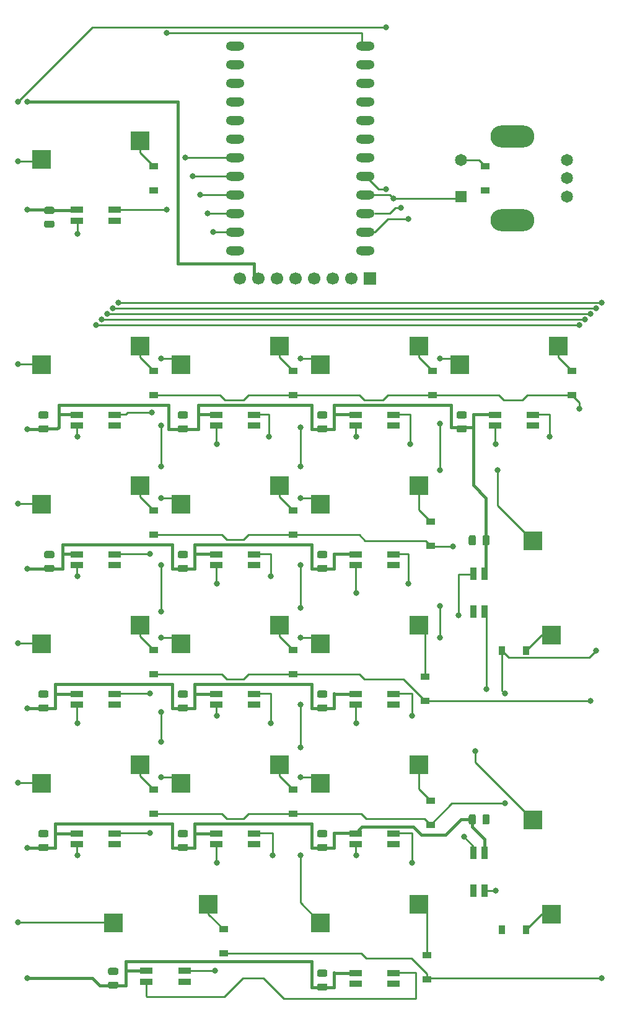
<source format=gbr>
%TF.GenerationSoftware,KiCad,Pcbnew,(5.1.6)-1*%
%TF.CreationDate,2021-02-05T01:20:54-05:00*%
%TF.ProjectId,Numpadulator,4e756d70-6164-4756-9c61-746f722e6b69,rev?*%
%TF.SameCoordinates,Original*%
%TF.FileFunction,Copper,L2,Bot*%
%TF.FilePolarity,Positive*%
%FSLAX46Y46*%
G04 Gerber Fmt 4.6, Leading zero omitted, Abs format (unit mm)*
G04 Created by KiCad (PCBNEW (5.1.6)-1) date 2021-02-05 01:20:54*
%MOMM*%
%LPD*%
G01*
G04 APERTURE LIST*
%TA.AperFunction,SMDPad,CuDef*%
%ADD10R,1.800000X0.900000*%
%TD*%
%TA.AperFunction,SMDPad,CuDef*%
%ADD11R,2.550000X2.500000*%
%TD*%
%TA.AperFunction,ComponentPad*%
%ADD12O,6.000000X3.000000*%
%TD*%
%TA.AperFunction,ComponentPad*%
%ADD13C,1.650000*%
%TD*%
%TA.AperFunction,ComponentPad*%
%ADD14R,1.650000X1.650000*%
%TD*%
%TA.AperFunction,SMDPad,CuDef*%
%ADD15R,2.500000X2.550000*%
%TD*%
%TA.AperFunction,SMDPad,CuDef*%
%ADD16R,0.900000X1.800000*%
%TD*%
%TA.AperFunction,ComponentPad*%
%ADD17C,1.700000*%
%TD*%
%TA.AperFunction,ComponentPad*%
%ADD18R,1.700000X1.700000*%
%TD*%
%TA.AperFunction,SMDPad,CuDef*%
%ADD19R,1.200000X0.900000*%
%TD*%
%TA.AperFunction,SMDPad,CuDef*%
%ADD20R,0.900000X1.200000*%
%TD*%
%TA.AperFunction,ViaPad*%
%ADD21C,0.800000*%
%TD*%
%TA.AperFunction,Conductor*%
%ADD22C,0.381000*%
%TD*%
%TA.AperFunction,Conductor*%
%ADD23C,0.254000*%
%TD*%
G04 APERTURE END LIST*
D10*
%TO.P,SW16,4*%
%TO.N,Net-(SW11-Pad2)*%
X123250000Y-88437500D03*
%TO.P,SW16,3*%
%TO.N,GND*%
X123250000Y-89937500D03*
%TO.P,SW16,2*%
%TO.N,Net-(SW16-Pad2)*%
X118050000Y-89937500D03*
%TO.P,SW16,1*%
%TO.N,VCC*%
X118050000Y-88437500D03*
D11*
%TO.P,SW16,6*%
%TO.N,Net-(D16-Pad2)*%
X126665000Y-79057500D03*
%TO.P,SW16,5*%
%TO.N,COL3*%
X113240000Y-81597500D03*
%TD*%
D10*
%TO.P,SW2,4*%
%TO.N,Net-(SW1-Pad2)*%
X66100000Y-88437500D03*
%TO.P,SW2,3*%
%TO.N,GND*%
X66100000Y-89937500D03*
%TO.P,SW2,2*%
%TO.N,Net-(SW2-Pad2)*%
X60900000Y-89937500D03*
%TO.P,SW2,1*%
%TO.N,VCC*%
X60900000Y-88437500D03*
D11*
%TO.P,SW2,6*%
%TO.N,Net-(D2-Pad2)*%
X69515000Y-79057500D03*
%TO.P,SW2,5*%
%TO.N,COL0*%
X56090000Y-81597500D03*
%TD*%
D10*
%TO.P,SW1,4*%
%TO.N,LED*%
X66100000Y-60434000D03*
%TO.P,SW1,3*%
%TO.N,GND*%
X66100000Y-61934000D03*
%TO.P,SW1,2*%
%TO.N,Net-(SW1-Pad2)*%
X60900000Y-61934000D03*
%TO.P,SW1,1*%
%TO.N,VCC*%
X60900000Y-60434000D03*
D11*
%TO.P,SW1,6*%
%TO.N,Net-(D1-Pad2)*%
X69515000Y-51054000D03*
%TO.P,SW1,5*%
%TO.N,COL0*%
X56090000Y-53594000D03*
%TD*%
D10*
%TO.P,SW12,4*%
%TO.N,Net-(SW12-Pad4)*%
X104200000Y-107487500D03*
%TO.P,SW12,3*%
%TO.N,GND*%
X104200000Y-108987500D03*
%TO.P,SW12,2*%
%TO.N,Net-(D21-Pad4)*%
X99000000Y-108987500D03*
%TO.P,SW12,1*%
%TO.N,VCC*%
X99000000Y-107487500D03*
D11*
%TO.P,SW12,6*%
%TO.N,Net-(D12-Pad2)*%
X107615000Y-98107500D03*
%TO.P,SW12,5*%
%TO.N,COL2*%
X94190000Y-100647500D03*
%TD*%
D12*
%TO.P,SW19,2*%
%TO.N,N/C*%
X120396000Y-50434000D03*
%TO.P,SW19,1*%
X120396000Y-61834000D03*
D13*
%TO.P,SW19,B*%
%TO.N,ROTB*%
X127896000Y-53634000D03*
%TO.P,SW19,C*%
%TO.N,GND*%
X127896000Y-56134000D03*
%TO.P,SW19,A*%
%TO.N,ROTA*%
X127896000Y-58634000D03*
%TO.P,SW19,S2*%
%TO.N,Net-(D19-Pad2)*%
X113396000Y-53634000D03*
D14*
%TO.P,SW19,S1*%
%TO.N,COL3*%
X113396000Y-58634000D03*
%TD*%
D15*
%TO.P,MX3,2*%
%TO.N,Net-(D18-Pad2)*%
X125730000Y-118554500D03*
%TO.P,MX3,1*%
%TO.N,COL3*%
X123190000Y-105627500D03*
%TD*%
%TO.P,MX2,2*%
%TO.N,Net-(D17-Pad2)*%
X125730000Y-156654500D03*
%TO.P,MX2,1*%
%TO.N,COL3*%
X123190000Y-143727500D03*
%TD*%
D11*
%TO.P,MX1,2*%
%TO.N,Net-(D6-Pad2)*%
X78867000Y-155257500D03*
%TO.P,MX1,1*%
%TO.N,COL0*%
X65940000Y-157797500D03*
%TD*%
D10*
%TO.P,SW15,4*%
%TO.N,Net-(D20-Pad2)*%
X104200000Y-164637500D03*
%TO.P,SW15,3*%
%TO.N,GND*%
X104200000Y-166137500D03*
%TO.P,SW15,2*%
%TO.N,Net-(SW15-Pad2)*%
X99000000Y-166137500D03*
%TO.P,SW15,1*%
%TO.N,VCC*%
X99000000Y-164637500D03*
D11*
%TO.P,SW15,6*%
%TO.N,Net-(D15-Pad2)*%
X107615000Y-155257500D03*
%TO.P,SW15,5*%
%TO.N,COL2*%
X94190000Y-157797500D03*
%TD*%
D10*
%TO.P,SW14,4*%
%TO.N,Net-(SW10-Pad2)*%
X104200000Y-145587500D03*
%TO.P,SW14,3*%
%TO.N,GND*%
X104200000Y-147087500D03*
%TO.P,SW14,2*%
%TO.N,Net-(D22-Pad4)*%
X99000000Y-147087500D03*
%TO.P,SW14,1*%
%TO.N,VCC*%
X99000000Y-145587500D03*
D11*
%TO.P,SW14,6*%
%TO.N,Net-(D14-Pad2)*%
X107615000Y-136207500D03*
%TO.P,SW14,5*%
%TO.N,COL2*%
X94190000Y-138747500D03*
%TD*%
D10*
%TO.P,SW13,4*%
%TO.N,Net-(SW13-Pad4)*%
X104200000Y-126537500D03*
%TO.P,SW13,3*%
%TO.N,GND*%
X104200000Y-128037500D03*
%TO.P,SW13,2*%
%TO.N,Net-(SW13-Pad2)*%
X99000000Y-128037500D03*
%TO.P,SW13,1*%
%TO.N,VCC*%
X99000000Y-126537500D03*
D11*
%TO.P,SW13,6*%
%TO.N,Net-(D13-Pad2)*%
X107615000Y-117157500D03*
%TO.P,SW13,5*%
%TO.N,COL2*%
X94190000Y-119697500D03*
%TD*%
D10*
%TO.P,SW11,4*%
%TO.N,Net-(SW11-Pad4)*%
X104200000Y-88437500D03*
%TO.P,SW11,3*%
%TO.N,GND*%
X104200000Y-89937500D03*
%TO.P,SW11,2*%
%TO.N,Net-(SW11-Pad2)*%
X99000000Y-89937500D03*
%TO.P,SW11,1*%
%TO.N,VCC*%
X99000000Y-88437500D03*
D11*
%TO.P,SW11,6*%
%TO.N,Net-(D11-Pad2)*%
X107615000Y-79057500D03*
%TO.P,SW11,5*%
%TO.N,COL2*%
X94190000Y-81597500D03*
%TD*%
D10*
%TO.P,SW10,4*%
%TO.N,Net-(SW10-Pad4)*%
X85150000Y-145587500D03*
%TO.P,SW10,3*%
%TO.N,GND*%
X85150000Y-147087500D03*
%TO.P,SW10,2*%
%TO.N,Net-(SW10-Pad2)*%
X79950000Y-147087500D03*
%TO.P,SW10,1*%
%TO.N,VCC*%
X79950000Y-145587500D03*
D11*
%TO.P,SW10,6*%
%TO.N,Net-(D10-Pad2)*%
X88565000Y-136207500D03*
%TO.P,SW10,5*%
%TO.N,COL1*%
X75140000Y-138747500D03*
%TD*%
D10*
%TO.P,SW9,4*%
%TO.N,Net-(SW4-Pad2)*%
X85150000Y-126537500D03*
%TO.P,SW9,3*%
%TO.N,GND*%
X85150000Y-128037500D03*
%TO.P,SW9,2*%
%TO.N,Net-(SW13-Pad4)*%
X79950000Y-128037500D03*
%TO.P,SW9,1*%
%TO.N,VCC*%
X79950000Y-126537500D03*
D11*
%TO.P,SW9,6*%
%TO.N,Net-(D9-Pad2)*%
X88565000Y-117157500D03*
%TO.P,SW9,5*%
%TO.N,COL1*%
X75140000Y-119697500D03*
%TD*%
D10*
%TO.P,SW8,4*%
%TO.N,Net-(SW3-Pad2)*%
X85150000Y-107487500D03*
%TO.P,SW8,3*%
%TO.N,GND*%
X85150000Y-108987500D03*
%TO.P,SW8,2*%
%TO.N,Net-(SW12-Pad4)*%
X79950000Y-108987500D03*
%TO.P,SW8,1*%
%TO.N,VCC*%
X79950000Y-107487500D03*
D11*
%TO.P,SW8,6*%
%TO.N,Net-(D8-Pad2)*%
X88565000Y-98107500D03*
%TO.P,SW8,5*%
%TO.N,COL1*%
X75140000Y-100647500D03*
%TD*%
D10*
%TO.P,SW7,4*%
%TO.N,Net-(SW2-Pad2)*%
X85150000Y-88437500D03*
%TO.P,SW7,3*%
%TO.N,GND*%
X85150000Y-89937500D03*
%TO.P,SW7,2*%
%TO.N,Net-(SW11-Pad4)*%
X79950000Y-89937500D03*
%TO.P,SW7,1*%
%TO.N,VCC*%
X79950000Y-88437500D03*
D11*
%TO.P,SW7,6*%
%TO.N,Net-(D7-Pad2)*%
X88565000Y-79057500D03*
%TO.P,SW7,5*%
%TO.N,COL1*%
X75140000Y-81597500D03*
%TD*%
D10*
%TO.P,SW5,4*%
%TO.N,Net-(SW13-Pad2)*%
X66100000Y-145587500D03*
%TO.P,SW5,3*%
%TO.N,GND*%
X66100000Y-147087500D03*
%TO.P,SW5,2*%
%TO.N,Net-(SW10-Pad4)*%
X60900000Y-147087500D03*
%TO.P,SW5,1*%
%TO.N,VCC*%
X60900000Y-145587500D03*
D11*
%TO.P,SW5,6*%
%TO.N,Net-(D5-Pad2)*%
X69515000Y-136207500D03*
%TO.P,SW5,5*%
%TO.N,COL0*%
X56090000Y-138747500D03*
%TD*%
D10*
%TO.P,SW4,4*%
%TO.N,Net-(D21-Pad2)*%
X66100000Y-126537500D03*
%TO.P,SW4,3*%
%TO.N,GND*%
X66100000Y-128037500D03*
%TO.P,SW4,2*%
%TO.N,Net-(SW4-Pad2)*%
X60900000Y-128037500D03*
%TO.P,SW4,1*%
%TO.N,VCC*%
X60900000Y-126537500D03*
D11*
%TO.P,SW4,6*%
%TO.N,Net-(D4-Pad2)*%
X69515000Y-117157500D03*
%TO.P,SW4,5*%
%TO.N,COL0*%
X56090000Y-119697500D03*
%TD*%
D10*
%TO.P,SW3,4*%
%TO.N,Net-(SW16-Pad2)*%
X66100000Y-107487500D03*
%TO.P,SW3,3*%
%TO.N,GND*%
X66100000Y-108987500D03*
%TO.P,SW3,2*%
%TO.N,Net-(SW3-Pad2)*%
X60900000Y-108987500D03*
%TO.P,SW3,1*%
%TO.N,VCC*%
X60900000Y-107487500D03*
D11*
%TO.P,SW3,6*%
%TO.N,Net-(D3-Pad2)*%
X69515000Y-98107500D03*
%TO.P,SW3,5*%
%TO.N,COL0*%
X56090000Y-100647500D03*
%TD*%
D16*
%TO.P,D22,1*%
%TO.N,VCC*%
X116637500Y-110112500D03*
%TO.P,D22,2*%
%TO.N,Net-(D20-Pad4)*%
X115137500Y-110112500D03*
%TO.P,D22,3*%
%TO.N,GND*%
X115137500Y-115312500D03*
%TO.P,D22,4*%
%TO.N,Net-(D22-Pad4)*%
X116637500Y-115312500D03*
%TD*%
%TO.P,D21,1*%
%TO.N,VCC*%
X116637500Y-148212500D03*
%TO.P,D21,2*%
%TO.N,Net-(D21-Pad2)*%
X115137500Y-148212500D03*
%TO.P,D21,3*%
%TO.N,GND*%
X115137500Y-153412500D03*
%TO.P,D21,4*%
%TO.N,Net-(D21-Pad4)*%
X116637500Y-153412500D03*
%TD*%
D10*
%TO.P,D20,1*%
%TO.N,VCC*%
X70425000Y-164350000D03*
%TO.P,D20,2*%
%TO.N,Net-(D20-Pad2)*%
X70425000Y-165850000D03*
%TO.P,D20,3*%
%TO.N,GND*%
X75625000Y-165850000D03*
%TO.P,D20,4*%
%TO.N,Net-(D20-Pad4)*%
X75625000Y-164350000D03*
%TD*%
D17*
%TO.P,U2,8*%
%TO.N,GND*%
X83185000Y-69850000D03*
%TO.P,U2,7*%
%TO.N,VCC*%
X85725000Y-69850000D03*
%TO.P,U2,6*%
%TO.N,Net-(U2-Pad6)*%
X88265000Y-69850000D03*
%TO.P,U2,5*%
%TO.N,Net-(U2-Pad5)*%
X90805000Y-69850000D03*
%TO.P,U2,4*%
%TO.N,Net-(U2-Pad4)*%
X93345000Y-69850000D03*
%TO.P,U2,3*%
%TO.N,Net-(U2-Pad3)*%
X95885000Y-69850000D03*
%TO.P,U2,2*%
%TO.N,SCL*%
X98425000Y-69850000D03*
D18*
%TO.P,U2,1*%
%TO.N,SDA*%
X100965000Y-69850000D03*
%TD*%
%TO.P,U1,1*%
%TO.N,LED*%
%TA.AperFunction,SMDPad,CuDef*%
G36*
G01*
X101600000Y-38100000D02*
X101600000Y-38100000D01*
G75*
G02*
X100965000Y-38735000I-635000J0D01*
G01*
X99695000Y-38735000D01*
G75*
G02*
X99060000Y-38100000I0J635000D01*
G01*
X99060000Y-38100000D01*
G75*
G02*
X99695000Y-37465000I635000J0D01*
G01*
X100965000Y-37465000D01*
G75*
G02*
X101600000Y-38100000I0J-635000D01*
G01*
G37*
%TD.AperFunction*%
%TO.P,U1,2*%
%TO.N,Net-(U1-Pad2)*%
%TA.AperFunction,SMDPad,CuDef*%
G36*
G01*
X101600000Y-40640000D02*
X101600000Y-40640000D01*
G75*
G02*
X100965000Y-41275000I-635000J0D01*
G01*
X99695000Y-41275000D01*
G75*
G02*
X99060000Y-40640000I0J635000D01*
G01*
X99060000Y-40640000D01*
G75*
G02*
X99695000Y-40005000I635000J0D01*
G01*
X100965000Y-40005000D01*
G75*
G02*
X101600000Y-40640000I0J-635000D01*
G01*
G37*
%TD.AperFunction*%
%TO.P,U1,3*%
%TO.N,GND*%
%TA.AperFunction,SMDPad,CuDef*%
G36*
G01*
X101600000Y-43180000D02*
X101600000Y-43180000D01*
G75*
G02*
X100965000Y-43815000I-635000J0D01*
G01*
X99695000Y-43815000D01*
G75*
G02*
X99060000Y-43180000I0J635000D01*
G01*
X99060000Y-43180000D01*
G75*
G02*
X99695000Y-42545000I635000J0D01*
G01*
X100965000Y-42545000D01*
G75*
G02*
X101600000Y-43180000I0J-635000D01*
G01*
G37*
%TD.AperFunction*%
%TO.P,U1,4*%
%TA.AperFunction,SMDPad,CuDef*%
G36*
G01*
X101600000Y-45720000D02*
X101600000Y-45720000D01*
G75*
G02*
X100965000Y-46355000I-635000J0D01*
G01*
X99695000Y-46355000D01*
G75*
G02*
X99060000Y-45720000I0J635000D01*
G01*
X99060000Y-45720000D01*
G75*
G02*
X99695000Y-45085000I635000J0D01*
G01*
X100965000Y-45085000D01*
G75*
G02*
X101600000Y-45720000I0J-635000D01*
G01*
G37*
%TD.AperFunction*%
%TO.P,U1,5*%
%TO.N,SDA*%
%TA.AperFunction,SMDPad,CuDef*%
G36*
G01*
X101600000Y-48260000D02*
X101600000Y-48260000D01*
G75*
G02*
X100965000Y-48895000I-635000J0D01*
G01*
X99695000Y-48895000D01*
G75*
G02*
X99060000Y-48260000I0J635000D01*
G01*
X99060000Y-48260000D01*
G75*
G02*
X99695000Y-47625000I635000J0D01*
G01*
X100965000Y-47625000D01*
G75*
G02*
X101600000Y-48260000I0J-635000D01*
G01*
G37*
%TD.AperFunction*%
%TO.P,U1,6*%
%TO.N,SCL*%
%TA.AperFunction,SMDPad,CuDef*%
G36*
G01*
X101600000Y-50800000D02*
X101600000Y-50800000D01*
G75*
G02*
X100965000Y-51435000I-635000J0D01*
G01*
X99695000Y-51435000D01*
G75*
G02*
X99060000Y-50800000I0J635000D01*
G01*
X99060000Y-50800000D01*
G75*
G02*
X99695000Y-50165000I635000J0D01*
G01*
X100965000Y-50165000D01*
G75*
G02*
X101600000Y-50800000I0J-635000D01*
G01*
G37*
%TD.AperFunction*%
%TO.P,U1,7*%
%TO.N,ROTA*%
%TA.AperFunction,SMDPad,CuDef*%
G36*
G01*
X101600000Y-53340000D02*
X101600000Y-53340000D01*
G75*
G02*
X100965000Y-53975000I-635000J0D01*
G01*
X99695000Y-53975000D01*
G75*
G02*
X99060000Y-53340000I0J635000D01*
G01*
X99060000Y-53340000D01*
G75*
G02*
X99695000Y-52705000I635000J0D01*
G01*
X100965000Y-52705000D01*
G75*
G02*
X101600000Y-53340000I0J-635000D01*
G01*
G37*
%TD.AperFunction*%
%TO.P,U1,8*%
%TO.N,COL0*%
%TA.AperFunction,SMDPad,CuDef*%
G36*
G01*
X101600000Y-55880000D02*
X101600000Y-55880000D01*
G75*
G02*
X100965000Y-56515000I-635000J0D01*
G01*
X99695000Y-56515000D01*
G75*
G02*
X99060000Y-55880000I0J635000D01*
G01*
X99060000Y-55880000D01*
G75*
G02*
X99695000Y-55245000I635000J0D01*
G01*
X100965000Y-55245000D01*
G75*
G02*
X101600000Y-55880000I0J-635000D01*
G01*
G37*
%TD.AperFunction*%
%TO.P,U1,9*%
%TO.N,COL3*%
%TA.AperFunction,SMDPad,CuDef*%
G36*
G01*
X101600000Y-58420000D02*
X101600000Y-58420000D01*
G75*
G02*
X100965000Y-59055000I-635000J0D01*
G01*
X99695000Y-59055000D01*
G75*
G02*
X99060000Y-58420000I0J635000D01*
G01*
X99060000Y-58420000D01*
G75*
G02*
X99695000Y-57785000I635000J0D01*
G01*
X100965000Y-57785000D01*
G75*
G02*
X101600000Y-58420000I0J-635000D01*
G01*
G37*
%TD.AperFunction*%
%TO.P,U1,10*%
%TO.N,COL2*%
%TA.AperFunction,SMDPad,CuDef*%
G36*
G01*
X101600000Y-60960000D02*
X101600000Y-60960000D01*
G75*
G02*
X100965000Y-61595000I-635000J0D01*
G01*
X99695000Y-61595000D01*
G75*
G02*
X99060000Y-60960000I0J635000D01*
G01*
X99060000Y-60960000D01*
G75*
G02*
X99695000Y-60325000I635000J0D01*
G01*
X100965000Y-60325000D01*
G75*
G02*
X101600000Y-60960000I0J-635000D01*
G01*
G37*
%TD.AperFunction*%
%TO.P,U1,11*%
%TO.N,COL1*%
%TA.AperFunction,SMDPad,CuDef*%
G36*
G01*
X101600000Y-63500000D02*
X101600000Y-63500000D01*
G75*
G02*
X100965000Y-64135000I-635000J0D01*
G01*
X99695000Y-64135000D01*
G75*
G02*
X99060000Y-63500000I0J635000D01*
G01*
X99060000Y-63500000D01*
G75*
G02*
X99695000Y-62865000I635000J0D01*
G01*
X100965000Y-62865000D01*
G75*
G02*
X101600000Y-63500000I0J-635000D01*
G01*
G37*
%TD.AperFunction*%
%TO.P,U1,12*%
%TO.N,Net-(U1-Pad12)*%
%TA.AperFunction,SMDPad,CuDef*%
G36*
G01*
X101600000Y-66040000D02*
X101600000Y-66040000D01*
G75*
G02*
X100965000Y-66675000I-635000J0D01*
G01*
X99695000Y-66675000D01*
G75*
G02*
X99060000Y-66040000I0J635000D01*
G01*
X99060000Y-66040000D01*
G75*
G02*
X99695000Y-65405000I635000J0D01*
G01*
X100965000Y-65405000D01*
G75*
G02*
X101600000Y-66040000I0J-635000D01*
G01*
G37*
%TD.AperFunction*%
%TO.P,U1,13*%
%TO.N,Net-(U1-Pad13)*%
%TA.AperFunction,SMDPad,CuDef*%
G36*
G01*
X83820000Y-66040000D02*
X83820000Y-66040000D01*
G75*
G02*
X83185000Y-66675000I-635000J0D01*
G01*
X81915000Y-66675000D01*
G75*
G02*
X81280000Y-66040000I0J635000D01*
G01*
X81280000Y-66040000D01*
G75*
G02*
X81915000Y-65405000I635000J0D01*
G01*
X83185000Y-65405000D01*
G75*
G02*
X83820000Y-66040000I0J-635000D01*
G01*
G37*
%TD.AperFunction*%
%TO.P,U1,14*%
%TO.N,ROW5*%
%TA.AperFunction,SMDPad,CuDef*%
G36*
G01*
X83820000Y-63500000D02*
X83820000Y-63500000D01*
G75*
G02*
X83185000Y-64135000I-635000J0D01*
G01*
X81915000Y-64135000D01*
G75*
G02*
X81280000Y-63500000I0J635000D01*
G01*
X81280000Y-63500000D01*
G75*
G02*
X81915000Y-62865000I635000J0D01*
G01*
X83185000Y-62865000D01*
G75*
G02*
X83820000Y-63500000I0J-635000D01*
G01*
G37*
%TD.AperFunction*%
%TO.P,U1,15*%
%TO.N,ROW4*%
%TA.AperFunction,SMDPad,CuDef*%
G36*
G01*
X83820000Y-60960000D02*
X83820000Y-60960000D01*
G75*
G02*
X83185000Y-61595000I-635000J0D01*
G01*
X81915000Y-61595000D01*
G75*
G02*
X81280000Y-60960000I0J635000D01*
G01*
X81280000Y-60960000D01*
G75*
G02*
X81915000Y-60325000I635000J0D01*
G01*
X83185000Y-60325000D01*
G75*
G02*
X83820000Y-60960000I0J-635000D01*
G01*
G37*
%TD.AperFunction*%
%TO.P,U1,16*%
%TO.N,ROW3*%
%TA.AperFunction,SMDPad,CuDef*%
G36*
G01*
X83820000Y-58420000D02*
X83820000Y-58420000D01*
G75*
G02*
X83185000Y-59055000I-635000J0D01*
G01*
X81915000Y-59055000D01*
G75*
G02*
X81280000Y-58420000I0J635000D01*
G01*
X81280000Y-58420000D01*
G75*
G02*
X81915000Y-57785000I635000J0D01*
G01*
X83185000Y-57785000D01*
G75*
G02*
X83820000Y-58420000I0J-635000D01*
G01*
G37*
%TD.AperFunction*%
%TO.P,U1,17*%
%TO.N,ROW2*%
%TA.AperFunction,SMDPad,CuDef*%
G36*
G01*
X83820000Y-55880000D02*
X83820000Y-55880000D01*
G75*
G02*
X83185000Y-56515000I-635000J0D01*
G01*
X81915000Y-56515000D01*
G75*
G02*
X81280000Y-55880000I0J635000D01*
G01*
X81280000Y-55880000D01*
G75*
G02*
X81915000Y-55245000I635000J0D01*
G01*
X83185000Y-55245000D01*
G75*
G02*
X83820000Y-55880000I0J-635000D01*
G01*
G37*
%TD.AperFunction*%
%TO.P,U1,18*%
%TO.N,ROW1*%
%TA.AperFunction,SMDPad,CuDef*%
G36*
G01*
X83820000Y-53340000D02*
X83820000Y-53340000D01*
G75*
G02*
X83185000Y-53975000I-635000J0D01*
G01*
X81915000Y-53975000D01*
G75*
G02*
X81280000Y-53340000I0J635000D01*
G01*
X81280000Y-53340000D01*
G75*
G02*
X81915000Y-52705000I635000J0D01*
G01*
X83185000Y-52705000D01*
G75*
G02*
X83820000Y-53340000I0J-635000D01*
G01*
G37*
%TD.AperFunction*%
%TO.P,U1,19*%
%TO.N,ROW0*%
%TA.AperFunction,SMDPad,CuDef*%
G36*
G01*
X83820000Y-50800000D02*
X83820000Y-50800000D01*
G75*
G02*
X83185000Y-51435000I-635000J0D01*
G01*
X81915000Y-51435000D01*
G75*
G02*
X81280000Y-50800000I0J635000D01*
G01*
X81280000Y-50800000D01*
G75*
G02*
X81915000Y-50165000I635000J0D01*
G01*
X83185000Y-50165000D01*
G75*
G02*
X83820000Y-50800000I0J-635000D01*
G01*
G37*
%TD.AperFunction*%
%TO.P,U1,20*%
%TO.N,ROTB*%
%TA.AperFunction,SMDPad,CuDef*%
G36*
G01*
X83820000Y-48260000D02*
X83820000Y-48260000D01*
G75*
G02*
X83185000Y-48895000I-635000J0D01*
G01*
X81915000Y-48895000D01*
G75*
G02*
X81280000Y-48260000I0J635000D01*
G01*
X81280000Y-48260000D01*
G75*
G02*
X81915000Y-47625000I635000J0D01*
G01*
X83185000Y-47625000D01*
G75*
G02*
X83820000Y-48260000I0J-635000D01*
G01*
G37*
%TD.AperFunction*%
%TO.P,U1,24*%
%TO.N,Net-(U1-Pad24)*%
%TA.AperFunction,SMDPad,CuDef*%
G36*
G01*
X83820000Y-38100000D02*
X83820000Y-38100000D01*
G75*
G02*
X83185000Y-38735000I-635000J0D01*
G01*
X81915000Y-38735000D01*
G75*
G02*
X81280000Y-38100000I0J635000D01*
G01*
X81280000Y-38100000D01*
G75*
G02*
X81915000Y-37465000I635000J0D01*
G01*
X83185000Y-37465000D01*
G75*
G02*
X83820000Y-38100000I0J-635000D01*
G01*
G37*
%TD.AperFunction*%
%TO.P,U1,23*%
%TO.N,GND*%
%TA.AperFunction,SMDPad,CuDef*%
G36*
G01*
X83820000Y-40640000D02*
X83820000Y-40640000D01*
G75*
G02*
X83185000Y-41275000I-635000J0D01*
G01*
X81915000Y-41275000D01*
G75*
G02*
X81280000Y-40640000I0J635000D01*
G01*
X81280000Y-40640000D01*
G75*
G02*
X81915000Y-40005000I635000J0D01*
G01*
X83185000Y-40005000D01*
G75*
G02*
X83820000Y-40640000I0J-635000D01*
G01*
G37*
%TD.AperFunction*%
%TO.P,U1,22*%
%TO.N,Net-(U1-Pad22)*%
%TA.AperFunction,SMDPad,CuDef*%
G36*
G01*
X83820000Y-43180000D02*
X83820000Y-43180000D01*
G75*
G02*
X83185000Y-43815000I-635000J0D01*
G01*
X81915000Y-43815000D01*
G75*
G02*
X81280000Y-43180000I0J635000D01*
G01*
X81280000Y-43180000D01*
G75*
G02*
X81915000Y-42545000I635000J0D01*
G01*
X83185000Y-42545000D01*
G75*
G02*
X83820000Y-43180000I0J-635000D01*
G01*
G37*
%TD.AperFunction*%
%TO.P,U1,21*%
%TO.N,VCC*%
%TA.AperFunction,SMDPad,CuDef*%
G36*
G01*
X83820000Y-45720000D02*
X83820000Y-45720000D01*
G75*
G02*
X83185000Y-46355000I-635000J0D01*
G01*
X81915000Y-46355000D01*
G75*
G02*
X81280000Y-45720000I0J635000D01*
G01*
X81280000Y-45720000D01*
G75*
G02*
X81915000Y-45085000I635000J0D01*
G01*
X83185000Y-45085000D01*
G75*
G02*
X83820000Y-45720000I0J-635000D01*
G01*
G37*
%TD.AperFunction*%
%TD*%
D19*
%TO.P,D19,2*%
%TO.N,Net-(D19-Pad2)*%
X116681250Y-54547500D03*
%TO.P,D19,1*%
%TO.N,ROW0*%
X116681250Y-57847500D03*
%TD*%
D20*
%TO.P,D18,2*%
%TO.N,Net-(D18-Pad2)*%
X122300000Y-120650000D03*
%TO.P,D18,1*%
%TO.N,ROW4*%
X119000000Y-120650000D03*
%TD*%
%TO.P,D17,2*%
%TO.N,Net-(D17-Pad2)*%
X122300000Y-158750000D03*
%TO.P,D17,1*%
%TO.N,ROW2*%
X119000000Y-158750000D03*
%TD*%
D19*
%TO.P,D16,2*%
%TO.N,Net-(D16-Pad2)*%
X128587500Y-82487500D03*
%TO.P,D16,1*%
%TO.N,ROW1*%
X128587500Y-85787500D03*
%TD*%
%TO.P,D15,2*%
%TO.N,Net-(D15-Pad2)*%
X108712000Y-162180000D03*
%TO.P,D15,1*%
%TO.N,ROW5*%
X108712000Y-165480000D03*
%TD*%
%TO.P,D14,2*%
%TO.N,Net-(D14-Pad2)*%
X109220000Y-141098000D03*
%TO.P,D14,1*%
%TO.N,ROW4*%
X109220000Y-144398000D03*
%TD*%
%TO.P,D13,2*%
%TO.N,Net-(D13-Pad2)*%
X108458000Y-124206000D03*
%TO.P,D13,1*%
%TO.N,ROW3*%
X108458000Y-127506000D03*
%TD*%
%TO.P,D12,2*%
%TO.N,Net-(D12-Pad2)*%
X109220000Y-102998000D03*
%TO.P,D12,1*%
%TO.N,ROW2*%
X109220000Y-106298000D03*
%TD*%
%TO.P,D11,2*%
%TO.N,Net-(D11-Pad2)*%
X109537500Y-82487500D03*
%TO.P,D11,1*%
%TO.N,ROW1*%
X109537500Y-85787500D03*
%TD*%
%TO.P,D10,2*%
%TO.N,Net-(D10-Pad2)*%
X90487500Y-139637500D03*
%TO.P,D10,1*%
%TO.N,ROW4*%
X90487500Y-142937500D03*
%TD*%
%TO.P,D9,2*%
%TO.N,Net-(D9-Pad2)*%
X90487500Y-120587500D03*
%TO.P,D9,1*%
%TO.N,ROW3*%
X90487500Y-123887500D03*
%TD*%
%TO.P,D8,2*%
%TO.N,Net-(D8-Pad2)*%
X90487500Y-101537500D03*
%TO.P,D8,1*%
%TO.N,ROW2*%
X90487500Y-104837500D03*
%TD*%
%TO.P,D7,2*%
%TO.N,Net-(D7-Pad2)*%
X90487500Y-82487500D03*
%TO.P,D7,1*%
%TO.N,ROW1*%
X90487500Y-85787500D03*
%TD*%
%TO.P,D6,2*%
%TO.N,Net-(D6-Pad2)*%
X80962500Y-158687500D03*
%TO.P,D6,1*%
%TO.N,ROW5*%
X80962500Y-161987500D03*
%TD*%
%TO.P,D5,2*%
%TO.N,Net-(D5-Pad2)*%
X71437500Y-139637500D03*
%TO.P,D5,1*%
%TO.N,ROW4*%
X71437500Y-142937500D03*
%TD*%
%TO.P,D4,2*%
%TO.N,Net-(D4-Pad2)*%
X71437500Y-120587500D03*
%TO.P,D4,1*%
%TO.N,ROW3*%
X71437500Y-123887500D03*
%TD*%
%TO.P,D3,2*%
%TO.N,Net-(D3-Pad2)*%
X71437500Y-101537500D03*
%TO.P,D3,1*%
%TO.N,ROW2*%
X71437500Y-104837500D03*
%TD*%
%TO.P,D2,2*%
%TO.N,Net-(D2-Pad2)*%
X71437500Y-82487500D03*
%TO.P,D2,1*%
%TO.N,ROW1*%
X71437500Y-85787500D03*
%TD*%
%TO.P,D1,2*%
%TO.N,Net-(D1-Pad2)*%
X71437500Y-54547500D03*
%TO.P,D1,1*%
%TO.N,ROW0*%
X71437500Y-57847500D03*
%TD*%
%TO.P,C18,2*%
%TO.N,GND*%
%TA.AperFunction,SMDPad,CuDef*%
G36*
G01*
X116337500Y-144125000D02*
X116337500Y-143212500D01*
G75*
G02*
X116581250Y-142968750I243750J0D01*
G01*
X117068750Y-142968750D01*
G75*
G02*
X117312500Y-143212500I0J-243750D01*
G01*
X117312500Y-144125000D01*
G75*
G02*
X117068750Y-144368750I-243750J0D01*
G01*
X116581250Y-144368750D01*
G75*
G02*
X116337500Y-144125000I0J243750D01*
G01*
G37*
%TD.AperFunction*%
%TO.P,C18,1*%
%TO.N,VCC*%
%TA.AperFunction,SMDPad,CuDef*%
G36*
G01*
X114462500Y-144125000D02*
X114462500Y-143212500D01*
G75*
G02*
X114706250Y-142968750I243750J0D01*
G01*
X115193750Y-142968750D01*
G75*
G02*
X115437500Y-143212500I0J-243750D01*
G01*
X115437500Y-144125000D01*
G75*
G02*
X115193750Y-144368750I-243750J0D01*
G01*
X114706250Y-144368750D01*
G75*
G02*
X114462500Y-144125000I0J243750D01*
G01*
G37*
%TD.AperFunction*%
%TD*%
%TO.P,C17,2*%
%TO.N,GND*%
%TA.AperFunction,SMDPad,CuDef*%
G36*
G01*
X115437500Y-105112500D02*
X115437500Y-106025000D01*
G75*
G02*
X115193750Y-106268750I-243750J0D01*
G01*
X114706250Y-106268750D01*
G75*
G02*
X114462500Y-106025000I0J243750D01*
G01*
X114462500Y-105112500D01*
G75*
G02*
X114706250Y-104868750I243750J0D01*
G01*
X115193750Y-104868750D01*
G75*
G02*
X115437500Y-105112500I0J-243750D01*
G01*
G37*
%TD.AperFunction*%
%TO.P,C17,1*%
%TO.N,VCC*%
%TA.AperFunction,SMDPad,CuDef*%
G36*
G01*
X117312500Y-105112500D02*
X117312500Y-106025000D01*
G75*
G02*
X117068750Y-106268750I-243750J0D01*
G01*
X116581250Y-106268750D01*
G75*
G02*
X116337500Y-106025000I0J243750D01*
G01*
X116337500Y-105112500D01*
G75*
G02*
X116581250Y-104868750I243750J0D01*
G01*
X117068750Y-104868750D01*
G75*
G02*
X117312500Y-105112500I0J-243750D01*
G01*
G37*
%TD.AperFunction*%
%TD*%
%TO.P,C16,2*%
%TO.N,GND*%
%TA.AperFunction,SMDPad,CuDef*%
G36*
G01*
X113962500Y-88958000D02*
X113050000Y-88958000D01*
G75*
G02*
X112806250Y-88714250I0J243750D01*
G01*
X112806250Y-88226750D01*
G75*
G02*
X113050000Y-87983000I243750J0D01*
G01*
X113962500Y-87983000D01*
G75*
G02*
X114206250Y-88226750I0J-243750D01*
G01*
X114206250Y-88714250D01*
G75*
G02*
X113962500Y-88958000I-243750J0D01*
G01*
G37*
%TD.AperFunction*%
%TO.P,C16,1*%
%TO.N,VCC*%
%TA.AperFunction,SMDPad,CuDef*%
G36*
G01*
X113962500Y-90833000D02*
X113050000Y-90833000D01*
G75*
G02*
X112806250Y-90589250I0J243750D01*
G01*
X112806250Y-90101750D01*
G75*
G02*
X113050000Y-89858000I243750J0D01*
G01*
X113962500Y-89858000D01*
G75*
G02*
X114206250Y-90101750I0J-243750D01*
G01*
X114206250Y-90589250D01*
G75*
G02*
X113962500Y-90833000I-243750J0D01*
G01*
G37*
%TD.AperFunction*%
%TD*%
%TO.P,C15,2*%
%TO.N,GND*%
%TA.AperFunction,SMDPad,CuDef*%
G36*
G01*
X94912500Y-165158000D02*
X94000000Y-165158000D01*
G75*
G02*
X93756250Y-164914250I0J243750D01*
G01*
X93756250Y-164426750D01*
G75*
G02*
X94000000Y-164183000I243750J0D01*
G01*
X94912500Y-164183000D01*
G75*
G02*
X95156250Y-164426750I0J-243750D01*
G01*
X95156250Y-164914250D01*
G75*
G02*
X94912500Y-165158000I-243750J0D01*
G01*
G37*
%TD.AperFunction*%
%TO.P,C15,1*%
%TO.N,VCC*%
%TA.AperFunction,SMDPad,CuDef*%
G36*
G01*
X94912500Y-167033000D02*
X94000000Y-167033000D01*
G75*
G02*
X93756250Y-166789250I0J243750D01*
G01*
X93756250Y-166301750D01*
G75*
G02*
X94000000Y-166058000I243750J0D01*
G01*
X94912500Y-166058000D01*
G75*
G02*
X95156250Y-166301750I0J-243750D01*
G01*
X95156250Y-166789250D01*
G75*
G02*
X94912500Y-167033000I-243750J0D01*
G01*
G37*
%TD.AperFunction*%
%TD*%
%TO.P,C14,2*%
%TO.N,GND*%
%TA.AperFunction,SMDPad,CuDef*%
G36*
G01*
X94912500Y-146108000D02*
X94000000Y-146108000D01*
G75*
G02*
X93756250Y-145864250I0J243750D01*
G01*
X93756250Y-145376750D01*
G75*
G02*
X94000000Y-145133000I243750J0D01*
G01*
X94912500Y-145133000D01*
G75*
G02*
X95156250Y-145376750I0J-243750D01*
G01*
X95156250Y-145864250D01*
G75*
G02*
X94912500Y-146108000I-243750J0D01*
G01*
G37*
%TD.AperFunction*%
%TO.P,C14,1*%
%TO.N,VCC*%
%TA.AperFunction,SMDPad,CuDef*%
G36*
G01*
X94912500Y-147983000D02*
X94000000Y-147983000D01*
G75*
G02*
X93756250Y-147739250I0J243750D01*
G01*
X93756250Y-147251750D01*
G75*
G02*
X94000000Y-147008000I243750J0D01*
G01*
X94912500Y-147008000D01*
G75*
G02*
X95156250Y-147251750I0J-243750D01*
G01*
X95156250Y-147739250D01*
G75*
G02*
X94912500Y-147983000I-243750J0D01*
G01*
G37*
%TD.AperFunction*%
%TD*%
%TO.P,C13,2*%
%TO.N,GND*%
%TA.AperFunction,SMDPad,CuDef*%
G36*
G01*
X94912500Y-127058000D02*
X94000000Y-127058000D01*
G75*
G02*
X93756250Y-126814250I0J243750D01*
G01*
X93756250Y-126326750D01*
G75*
G02*
X94000000Y-126083000I243750J0D01*
G01*
X94912500Y-126083000D01*
G75*
G02*
X95156250Y-126326750I0J-243750D01*
G01*
X95156250Y-126814250D01*
G75*
G02*
X94912500Y-127058000I-243750J0D01*
G01*
G37*
%TD.AperFunction*%
%TO.P,C13,1*%
%TO.N,VCC*%
%TA.AperFunction,SMDPad,CuDef*%
G36*
G01*
X94912500Y-128933000D02*
X94000000Y-128933000D01*
G75*
G02*
X93756250Y-128689250I0J243750D01*
G01*
X93756250Y-128201750D01*
G75*
G02*
X94000000Y-127958000I243750J0D01*
G01*
X94912500Y-127958000D01*
G75*
G02*
X95156250Y-128201750I0J-243750D01*
G01*
X95156250Y-128689250D01*
G75*
G02*
X94912500Y-128933000I-243750J0D01*
G01*
G37*
%TD.AperFunction*%
%TD*%
%TO.P,C12,2*%
%TO.N,GND*%
%TA.AperFunction,SMDPad,CuDef*%
G36*
G01*
X94912500Y-108008000D02*
X94000000Y-108008000D01*
G75*
G02*
X93756250Y-107764250I0J243750D01*
G01*
X93756250Y-107276750D01*
G75*
G02*
X94000000Y-107033000I243750J0D01*
G01*
X94912500Y-107033000D01*
G75*
G02*
X95156250Y-107276750I0J-243750D01*
G01*
X95156250Y-107764250D01*
G75*
G02*
X94912500Y-108008000I-243750J0D01*
G01*
G37*
%TD.AperFunction*%
%TO.P,C12,1*%
%TO.N,VCC*%
%TA.AperFunction,SMDPad,CuDef*%
G36*
G01*
X94912500Y-109883000D02*
X94000000Y-109883000D01*
G75*
G02*
X93756250Y-109639250I0J243750D01*
G01*
X93756250Y-109151750D01*
G75*
G02*
X94000000Y-108908000I243750J0D01*
G01*
X94912500Y-108908000D01*
G75*
G02*
X95156250Y-109151750I0J-243750D01*
G01*
X95156250Y-109639250D01*
G75*
G02*
X94912500Y-109883000I-243750J0D01*
G01*
G37*
%TD.AperFunction*%
%TD*%
%TO.P,C11,2*%
%TO.N,GND*%
%TA.AperFunction,SMDPad,CuDef*%
G36*
G01*
X94912500Y-88958000D02*
X94000000Y-88958000D01*
G75*
G02*
X93756250Y-88714250I0J243750D01*
G01*
X93756250Y-88226750D01*
G75*
G02*
X94000000Y-87983000I243750J0D01*
G01*
X94912500Y-87983000D01*
G75*
G02*
X95156250Y-88226750I0J-243750D01*
G01*
X95156250Y-88714250D01*
G75*
G02*
X94912500Y-88958000I-243750J0D01*
G01*
G37*
%TD.AperFunction*%
%TO.P,C11,1*%
%TO.N,VCC*%
%TA.AperFunction,SMDPad,CuDef*%
G36*
G01*
X94912500Y-90833000D02*
X94000000Y-90833000D01*
G75*
G02*
X93756250Y-90589250I0J243750D01*
G01*
X93756250Y-90101750D01*
G75*
G02*
X94000000Y-89858000I243750J0D01*
G01*
X94912500Y-89858000D01*
G75*
G02*
X95156250Y-90101750I0J-243750D01*
G01*
X95156250Y-90589250D01*
G75*
G02*
X94912500Y-90833000I-243750J0D01*
G01*
G37*
%TD.AperFunction*%
%TD*%
%TO.P,C10,2*%
%TO.N,GND*%
%TA.AperFunction,SMDPad,CuDef*%
G36*
G01*
X75862500Y-146108000D02*
X74950000Y-146108000D01*
G75*
G02*
X74706250Y-145864250I0J243750D01*
G01*
X74706250Y-145376750D01*
G75*
G02*
X74950000Y-145133000I243750J0D01*
G01*
X75862500Y-145133000D01*
G75*
G02*
X76106250Y-145376750I0J-243750D01*
G01*
X76106250Y-145864250D01*
G75*
G02*
X75862500Y-146108000I-243750J0D01*
G01*
G37*
%TD.AperFunction*%
%TO.P,C10,1*%
%TO.N,VCC*%
%TA.AperFunction,SMDPad,CuDef*%
G36*
G01*
X75862500Y-147983000D02*
X74950000Y-147983000D01*
G75*
G02*
X74706250Y-147739250I0J243750D01*
G01*
X74706250Y-147251750D01*
G75*
G02*
X74950000Y-147008000I243750J0D01*
G01*
X75862500Y-147008000D01*
G75*
G02*
X76106250Y-147251750I0J-243750D01*
G01*
X76106250Y-147739250D01*
G75*
G02*
X75862500Y-147983000I-243750J0D01*
G01*
G37*
%TD.AperFunction*%
%TD*%
%TO.P,C9,2*%
%TO.N,GND*%
%TA.AperFunction,SMDPad,CuDef*%
G36*
G01*
X75862500Y-127058000D02*
X74950000Y-127058000D01*
G75*
G02*
X74706250Y-126814250I0J243750D01*
G01*
X74706250Y-126326750D01*
G75*
G02*
X74950000Y-126083000I243750J0D01*
G01*
X75862500Y-126083000D01*
G75*
G02*
X76106250Y-126326750I0J-243750D01*
G01*
X76106250Y-126814250D01*
G75*
G02*
X75862500Y-127058000I-243750J0D01*
G01*
G37*
%TD.AperFunction*%
%TO.P,C9,1*%
%TO.N,VCC*%
%TA.AperFunction,SMDPad,CuDef*%
G36*
G01*
X75862500Y-128933000D02*
X74950000Y-128933000D01*
G75*
G02*
X74706250Y-128689250I0J243750D01*
G01*
X74706250Y-128201750D01*
G75*
G02*
X74950000Y-127958000I243750J0D01*
G01*
X75862500Y-127958000D01*
G75*
G02*
X76106250Y-128201750I0J-243750D01*
G01*
X76106250Y-128689250D01*
G75*
G02*
X75862500Y-128933000I-243750J0D01*
G01*
G37*
%TD.AperFunction*%
%TD*%
%TO.P,C8,2*%
%TO.N,GND*%
%TA.AperFunction,SMDPad,CuDef*%
G36*
G01*
X75862500Y-108008000D02*
X74950000Y-108008000D01*
G75*
G02*
X74706250Y-107764250I0J243750D01*
G01*
X74706250Y-107276750D01*
G75*
G02*
X74950000Y-107033000I243750J0D01*
G01*
X75862500Y-107033000D01*
G75*
G02*
X76106250Y-107276750I0J-243750D01*
G01*
X76106250Y-107764250D01*
G75*
G02*
X75862500Y-108008000I-243750J0D01*
G01*
G37*
%TD.AperFunction*%
%TO.P,C8,1*%
%TO.N,VCC*%
%TA.AperFunction,SMDPad,CuDef*%
G36*
G01*
X75862500Y-109883000D02*
X74950000Y-109883000D01*
G75*
G02*
X74706250Y-109639250I0J243750D01*
G01*
X74706250Y-109151750D01*
G75*
G02*
X74950000Y-108908000I243750J0D01*
G01*
X75862500Y-108908000D01*
G75*
G02*
X76106250Y-109151750I0J-243750D01*
G01*
X76106250Y-109639250D01*
G75*
G02*
X75862500Y-109883000I-243750J0D01*
G01*
G37*
%TD.AperFunction*%
%TD*%
%TO.P,C7,1*%
%TO.N,VCC*%
%TA.AperFunction,SMDPad,CuDef*%
G36*
G01*
X75862500Y-90833000D02*
X74950000Y-90833000D01*
G75*
G02*
X74706250Y-90589250I0J243750D01*
G01*
X74706250Y-90101750D01*
G75*
G02*
X74950000Y-89858000I243750J0D01*
G01*
X75862500Y-89858000D01*
G75*
G02*
X76106250Y-90101750I0J-243750D01*
G01*
X76106250Y-90589250D01*
G75*
G02*
X75862500Y-90833000I-243750J0D01*
G01*
G37*
%TD.AperFunction*%
%TO.P,C7,2*%
%TO.N,GND*%
%TA.AperFunction,SMDPad,CuDef*%
G36*
G01*
X75862500Y-88958000D02*
X74950000Y-88958000D01*
G75*
G02*
X74706250Y-88714250I0J243750D01*
G01*
X74706250Y-88226750D01*
G75*
G02*
X74950000Y-87983000I243750J0D01*
G01*
X75862500Y-87983000D01*
G75*
G02*
X76106250Y-88226750I0J-243750D01*
G01*
X76106250Y-88714250D01*
G75*
G02*
X75862500Y-88958000I-243750J0D01*
G01*
G37*
%TD.AperFunction*%
%TD*%
%TO.P,C6,2*%
%TO.N,GND*%
%TA.AperFunction,SMDPad,CuDef*%
G36*
G01*
X66337500Y-164904000D02*
X65425000Y-164904000D01*
G75*
G02*
X65181250Y-164660250I0J243750D01*
G01*
X65181250Y-164172750D01*
G75*
G02*
X65425000Y-163929000I243750J0D01*
G01*
X66337500Y-163929000D01*
G75*
G02*
X66581250Y-164172750I0J-243750D01*
G01*
X66581250Y-164660250D01*
G75*
G02*
X66337500Y-164904000I-243750J0D01*
G01*
G37*
%TD.AperFunction*%
%TO.P,C6,1*%
%TO.N,VCC*%
%TA.AperFunction,SMDPad,CuDef*%
G36*
G01*
X66337500Y-166779000D02*
X65425000Y-166779000D01*
G75*
G02*
X65181250Y-166535250I0J243750D01*
G01*
X65181250Y-166047750D01*
G75*
G02*
X65425000Y-165804000I243750J0D01*
G01*
X66337500Y-165804000D01*
G75*
G02*
X66581250Y-166047750I0J-243750D01*
G01*
X66581250Y-166535250D01*
G75*
G02*
X66337500Y-166779000I-243750J0D01*
G01*
G37*
%TD.AperFunction*%
%TD*%
%TO.P,C5,2*%
%TO.N,GND*%
%TA.AperFunction,SMDPad,CuDef*%
G36*
G01*
X56812500Y-146108000D02*
X55900000Y-146108000D01*
G75*
G02*
X55656250Y-145864250I0J243750D01*
G01*
X55656250Y-145376750D01*
G75*
G02*
X55900000Y-145133000I243750J0D01*
G01*
X56812500Y-145133000D01*
G75*
G02*
X57056250Y-145376750I0J-243750D01*
G01*
X57056250Y-145864250D01*
G75*
G02*
X56812500Y-146108000I-243750J0D01*
G01*
G37*
%TD.AperFunction*%
%TO.P,C5,1*%
%TO.N,VCC*%
%TA.AperFunction,SMDPad,CuDef*%
G36*
G01*
X56812500Y-147983000D02*
X55900000Y-147983000D01*
G75*
G02*
X55656250Y-147739250I0J243750D01*
G01*
X55656250Y-147251750D01*
G75*
G02*
X55900000Y-147008000I243750J0D01*
G01*
X56812500Y-147008000D01*
G75*
G02*
X57056250Y-147251750I0J-243750D01*
G01*
X57056250Y-147739250D01*
G75*
G02*
X56812500Y-147983000I-243750J0D01*
G01*
G37*
%TD.AperFunction*%
%TD*%
%TO.P,C4,2*%
%TO.N,GND*%
%TA.AperFunction,SMDPad,CuDef*%
G36*
G01*
X56812500Y-127058000D02*
X55900000Y-127058000D01*
G75*
G02*
X55656250Y-126814250I0J243750D01*
G01*
X55656250Y-126326750D01*
G75*
G02*
X55900000Y-126083000I243750J0D01*
G01*
X56812500Y-126083000D01*
G75*
G02*
X57056250Y-126326750I0J-243750D01*
G01*
X57056250Y-126814250D01*
G75*
G02*
X56812500Y-127058000I-243750J0D01*
G01*
G37*
%TD.AperFunction*%
%TO.P,C4,1*%
%TO.N,VCC*%
%TA.AperFunction,SMDPad,CuDef*%
G36*
G01*
X56812500Y-128933000D02*
X55900000Y-128933000D01*
G75*
G02*
X55656250Y-128689250I0J243750D01*
G01*
X55656250Y-128201750D01*
G75*
G02*
X55900000Y-127958000I243750J0D01*
G01*
X56812500Y-127958000D01*
G75*
G02*
X57056250Y-128201750I0J-243750D01*
G01*
X57056250Y-128689250D01*
G75*
G02*
X56812500Y-128933000I-243750J0D01*
G01*
G37*
%TD.AperFunction*%
%TD*%
%TO.P,C3,2*%
%TO.N,GND*%
%TA.AperFunction,SMDPad,CuDef*%
G36*
G01*
X57606250Y-108008000D02*
X56693750Y-108008000D01*
G75*
G02*
X56450000Y-107764250I0J243750D01*
G01*
X56450000Y-107276750D01*
G75*
G02*
X56693750Y-107033000I243750J0D01*
G01*
X57606250Y-107033000D01*
G75*
G02*
X57850000Y-107276750I0J-243750D01*
G01*
X57850000Y-107764250D01*
G75*
G02*
X57606250Y-108008000I-243750J0D01*
G01*
G37*
%TD.AperFunction*%
%TO.P,C3,1*%
%TO.N,VCC*%
%TA.AperFunction,SMDPad,CuDef*%
G36*
G01*
X57606250Y-109883000D02*
X56693750Y-109883000D01*
G75*
G02*
X56450000Y-109639250I0J243750D01*
G01*
X56450000Y-109151750D01*
G75*
G02*
X56693750Y-108908000I243750J0D01*
G01*
X57606250Y-108908000D01*
G75*
G02*
X57850000Y-109151750I0J-243750D01*
G01*
X57850000Y-109639250D01*
G75*
G02*
X57606250Y-109883000I-243750J0D01*
G01*
G37*
%TD.AperFunction*%
%TD*%
%TO.P,C2,2*%
%TO.N,GND*%
%TA.AperFunction,SMDPad,CuDef*%
G36*
G01*
X56812500Y-88958000D02*
X55900000Y-88958000D01*
G75*
G02*
X55656250Y-88714250I0J243750D01*
G01*
X55656250Y-88226750D01*
G75*
G02*
X55900000Y-87983000I243750J0D01*
G01*
X56812500Y-87983000D01*
G75*
G02*
X57056250Y-88226750I0J-243750D01*
G01*
X57056250Y-88714250D01*
G75*
G02*
X56812500Y-88958000I-243750J0D01*
G01*
G37*
%TD.AperFunction*%
%TO.P,C2,1*%
%TO.N,VCC*%
%TA.AperFunction,SMDPad,CuDef*%
G36*
G01*
X56812500Y-90833000D02*
X55900000Y-90833000D01*
G75*
G02*
X55656250Y-90589250I0J243750D01*
G01*
X55656250Y-90101750D01*
G75*
G02*
X55900000Y-89858000I243750J0D01*
G01*
X56812500Y-89858000D01*
G75*
G02*
X57056250Y-90101750I0J-243750D01*
G01*
X57056250Y-90589250D01*
G75*
G02*
X56812500Y-90833000I-243750J0D01*
G01*
G37*
%TD.AperFunction*%
%TD*%
%TO.P,C1,1*%
%TO.N,VCC*%
%TA.AperFunction,SMDPad,CuDef*%
G36*
G01*
X56693750Y-60043000D02*
X57606250Y-60043000D01*
G75*
G02*
X57850000Y-60286750I0J-243750D01*
G01*
X57850000Y-60774250D01*
G75*
G02*
X57606250Y-61018000I-243750J0D01*
G01*
X56693750Y-61018000D01*
G75*
G02*
X56450000Y-60774250I0J243750D01*
G01*
X56450000Y-60286750D01*
G75*
G02*
X56693750Y-60043000I243750J0D01*
G01*
G37*
%TD.AperFunction*%
%TO.P,C1,2*%
%TO.N,GND*%
%TA.AperFunction,SMDPad,CuDef*%
G36*
G01*
X56693750Y-61918000D02*
X57606250Y-61918000D01*
G75*
G02*
X57850000Y-62161750I0J-243750D01*
G01*
X57850000Y-62649250D01*
G75*
G02*
X57606250Y-62893000I-243750J0D01*
G01*
X56693750Y-62893000D01*
G75*
G02*
X56450000Y-62649250I0J243750D01*
G01*
X56450000Y-62161750D01*
G75*
G02*
X56693750Y-61918000I243750J0D01*
G01*
G37*
%TD.AperFunction*%
%TD*%
D21*
%TO.N,VCC*%
X54102000Y-45720000D03*
X54102000Y-60452000D03*
X54102000Y-90424000D03*
X54102000Y-109474000D03*
X54102000Y-128524000D03*
X54102000Y-147574000D03*
X54102000Y-165354000D03*
%TO.N,ROW1*%
X75692000Y-53340000D03*
X63500000Y-76200000D03*
X129540000Y-76200000D03*
X129540000Y-87630000D03*
%TO.N,ROW2*%
X76708000Y-55880000D03*
X64262000Y-75438000D03*
X130302000Y-75438000D03*
X112268000Y-106426000D03*
%TO.N,ROW3*%
X77724000Y-58420000D03*
X65024000Y-74676000D03*
X131064000Y-74676000D03*
X131064000Y-127508000D03*
%TO.N,ROW4*%
X78740000Y-60960000D03*
X65786000Y-73914000D03*
X131826000Y-73914000D03*
X131826000Y-120650000D03*
X119380000Y-126492000D03*
X119380000Y-141478000D03*
%TO.N,ROW5*%
X79502000Y-63500000D03*
X66548000Y-73152000D03*
X132588000Y-73152000D03*
X132588000Y-165354000D03*
%TO.N,COL0*%
X52832000Y-45720000D03*
X52832000Y-53848000D03*
X52832000Y-81534000D03*
X52832000Y-100584000D03*
X52832000Y-119634000D03*
X52832000Y-138684000D03*
X52832000Y-157734000D03*
X103124000Y-57658000D03*
X103124000Y-35560000D03*
%TO.N,Net-(SW1-Pad2)*%
X60960000Y-63754000D03*
X71120000Y-88138000D03*
%TO.N,LED*%
X73152000Y-36322000D03*
X73152000Y-60452000D03*
%TO.N,Net-(SW2-Pad2)*%
X60960000Y-91440000D03*
X87122000Y-91440000D03*
%TO.N,Net-(SW3-Pad2)*%
X60960000Y-110490000D03*
X87376000Y-110490000D03*
%TO.N,Net-(SW16-Pad2)*%
X118110000Y-92456000D03*
X70866000Y-107442000D03*
%TO.N,Net-(SW4-Pad2)*%
X60960000Y-130556000D03*
X87376000Y-130556000D03*
%TO.N,Net-(SW10-Pad4)*%
X60960000Y-148590000D03*
X87630000Y-148590000D03*
%TO.N,Net-(SW13-Pad2)*%
X99060000Y-130556000D03*
X70866000Y-145542000D03*
%TO.N,COL1*%
X106172000Y-61722000D03*
X72390000Y-89916000D03*
X72390000Y-95504000D03*
X72390000Y-108966000D03*
X72390000Y-115316000D03*
X72390000Y-118872000D03*
X72390000Y-99822000D03*
X72390000Y-129032000D03*
X72390000Y-133096000D03*
X72390000Y-137922000D03*
X72390000Y-80772000D03*
%TO.N,Net-(SW11-Pad4)*%
X80010000Y-92456000D03*
X106426000Y-92456000D03*
%TO.N,Net-(SW12-Pad4)*%
X80010000Y-111506000D03*
X106172000Y-111506000D03*
%TO.N,Net-(SW13-Pad4)*%
X80010000Y-129540000D03*
X106680000Y-129540000D03*
%TO.N,Net-(SW10-Pad2)*%
X80010000Y-149606000D03*
X106680000Y-149606000D03*
%TO.N,COL2*%
X105156000Y-60198000D03*
X91440000Y-80772000D03*
X91440000Y-90170000D03*
X91440000Y-95504000D03*
X91440000Y-99822000D03*
X91440000Y-108966000D03*
X91440000Y-114808000D03*
X91440000Y-118872000D03*
X91440000Y-128016000D03*
X91440000Y-133858000D03*
X91440000Y-137922000D03*
X91440000Y-148590000D03*
%TO.N,Net-(SW11-Pad2)*%
X99060000Y-91440000D03*
X125476000Y-91440000D03*
%TO.N,COL3*%
X104140000Y-58928000D03*
X110490000Y-80772000D03*
X110490000Y-89662000D03*
X110490000Y-96012000D03*
X110490000Y-118872000D03*
X110490000Y-114554000D03*
X118364000Y-96012000D03*
X115316000Y-134366000D03*
%TO.N,Net-(D20-Pad4)*%
X79756000Y-164338000D03*
X113030000Y-115824000D03*
%TO.N,Net-(D21-Pad2)*%
X70866000Y-126492000D03*
X113792000Y-146050000D03*
%TO.N,Net-(D21-Pad4)*%
X99060000Y-112776000D03*
X118110000Y-153416000D03*
%TO.N,Net-(D22-Pad4)*%
X99060000Y-148590000D03*
X116840000Y-125857000D03*
%TD*%
D22*
%TO.N,GND*%
X66052000Y-164350000D02*
X66040000Y-164338000D01*
%TO.N,VCC*%
X54102000Y-60452000D02*
X56896000Y-60452000D01*
X57150000Y-60530500D02*
X60784500Y-60530500D01*
X54102000Y-90424000D02*
X56388000Y-90424000D01*
X56356250Y-90345500D02*
X58244500Y-90345500D01*
X58244500Y-90345500D02*
X58420000Y-90170000D01*
X58420000Y-88392000D02*
X60960000Y-88392000D01*
X58420000Y-90170000D02*
X58420000Y-88392000D01*
X77470000Y-88392000D02*
X79756000Y-88392000D01*
X73406000Y-87122000D02*
X58420000Y-87122000D01*
X58420000Y-87122000D02*
X58420000Y-88392000D01*
X73406000Y-90424000D02*
X73406000Y-87122000D01*
X77470000Y-90424000D02*
X73406000Y-90424000D01*
X77470000Y-88392000D02*
X77470000Y-90424000D01*
X77470000Y-87122000D02*
X84836000Y-87122000D01*
X77470000Y-88392000D02*
X77470000Y-87122000D01*
X84836000Y-87122000D02*
X92964000Y-87122000D01*
X92964000Y-87122000D02*
X92964000Y-90424000D01*
X92964000Y-90424000D02*
X96012000Y-90424000D01*
X96012000Y-87122000D02*
X112014000Y-87122000D01*
X112014000Y-87122000D02*
X112014000Y-90170000D01*
X112014000Y-90170000D02*
X115062000Y-90170000D01*
X115062000Y-90170000D02*
X115062000Y-88392000D01*
X115062000Y-88392000D02*
X117856000Y-88392000D01*
X96012000Y-88392000D02*
X99060000Y-88392000D01*
X96012000Y-90424000D02*
X96012000Y-88392000D01*
X96012000Y-88392000D02*
X96012000Y-87122000D01*
X54102000Y-109474000D02*
X58928000Y-109474000D01*
X58928000Y-109474000D02*
X58928000Y-108906598D01*
X58928000Y-106172000D02*
X73914000Y-106172000D01*
X73914000Y-106172000D02*
X73914000Y-109474000D01*
X73914000Y-109474000D02*
X76962000Y-109474000D01*
X76962000Y-106172000D02*
X84582000Y-106172000D01*
X84582000Y-106172000D02*
X92964000Y-106172000D01*
X92964000Y-106172000D02*
X92964000Y-109474000D01*
X92964000Y-109474000D02*
X96012000Y-109474000D01*
X96012000Y-109474000D02*
X96012000Y-107442000D01*
X96012000Y-107442000D02*
X98806000Y-107442000D01*
X76962000Y-107442000D02*
X79756000Y-107442000D01*
X76962000Y-109474000D02*
X76962000Y-107442000D01*
X76962000Y-107442000D02*
X76962000Y-106172000D01*
X58928000Y-107442000D02*
X60452000Y-107442000D01*
X58928000Y-108906598D02*
X58928000Y-107442000D01*
X58928000Y-107442000D02*
X58928000Y-106172000D01*
X57912000Y-125222000D02*
X73914000Y-125222000D01*
X92964000Y-128524000D02*
X96012000Y-128524000D01*
X92964000Y-125222000D02*
X92964000Y-128524000D01*
X76962000Y-125222000D02*
X92964000Y-125222000D01*
X73914000Y-128524000D02*
X76962000Y-128524000D01*
X73914000Y-125222000D02*
X73914000Y-128524000D01*
X54102000Y-128524000D02*
X57912000Y-128524000D01*
X60900000Y-126537500D02*
X57957500Y-126537500D01*
X57957500Y-126537500D02*
X57912000Y-126492000D01*
X57912000Y-126492000D02*
X57912000Y-125222000D01*
X57912000Y-128524000D02*
X57912000Y-126492000D01*
X77007500Y-126537500D02*
X76962000Y-126492000D01*
X76962000Y-126492000D02*
X76962000Y-125222000D01*
X79950000Y-126537500D02*
X77007500Y-126537500D01*
X76962000Y-128524000D02*
X76962000Y-126492000D01*
X99000000Y-126537500D02*
X96057500Y-126537500D01*
X96057500Y-126537500D02*
X96012000Y-126492000D01*
X96012000Y-128524000D02*
X96012000Y-126492000D01*
X54102000Y-147574000D02*
X57912000Y-147574000D01*
X57912000Y-144272000D02*
X64770000Y-144272000D01*
X64770000Y-144272000D02*
X73914000Y-144272000D01*
X73914000Y-144272000D02*
X73914000Y-147320000D01*
X73914000Y-147320000D02*
X73914000Y-147574000D01*
X73914000Y-147574000D02*
X76962000Y-147574000D01*
X76962000Y-144272000D02*
X92964000Y-144272000D01*
X92964000Y-144272000D02*
X92964000Y-147574000D01*
X92964000Y-147574000D02*
X96012000Y-147574000D01*
X96012000Y-147574000D02*
X96012000Y-145542000D01*
X96012000Y-145542000D02*
X98552000Y-145542000D01*
X57957500Y-145587500D02*
X57912000Y-145542000D01*
X60900000Y-145587500D02*
X57957500Y-145587500D01*
X57912000Y-145542000D02*
X57912000Y-144272000D01*
X57912000Y-147574000D02*
X57912000Y-145542000D01*
X77007500Y-145587500D02*
X76962000Y-145542000D01*
X79950000Y-145587500D02*
X77007500Y-145587500D01*
X76962000Y-145542000D02*
X76962000Y-144272000D01*
X76962000Y-147574000D02*
X76962000Y-145542000D01*
X62992000Y-165354000D02*
X64008000Y-166370000D01*
X92964000Y-166624000D02*
X96012000Y-166624000D01*
X92964000Y-163068000D02*
X92964000Y-166624000D01*
X64008000Y-166370000D02*
X67564000Y-166370000D01*
X67564000Y-163068000D02*
X92964000Y-163068000D01*
X54102000Y-165354000D02*
X62992000Y-165354000D01*
X67576000Y-164350000D02*
X67564000Y-164338000D01*
X70425000Y-164350000D02*
X67576000Y-164350000D01*
X67564000Y-164338000D02*
X67564000Y-163068000D01*
X67564000Y-166370000D02*
X67564000Y-164338000D01*
X99000000Y-164637500D02*
X96057500Y-164637500D01*
X96057500Y-164637500D02*
X96012000Y-164592000D01*
X96012000Y-166624000D02*
X96012000Y-164592000D01*
X115062000Y-90170000D02*
X115062000Y-98044000D01*
X116825000Y-99807000D02*
X116825000Y-105568750D01*
X115062000Y-98044000D02*
X116825000Y-99807000D01*
X116825000Y-109925000D02*
X116637500Y-110112500D01*
X116825000Y-105568750D02*
X116825000Y-109925000D01*
X116637500Y-146355500D02*
X116637500Y-148212500D01*
X114950000Y-144668000D02*
X116637500Y-146355500D01*
X114950000Y-143668750D02*
X114950000Y-144668000D01*
X113379250Y-143668750D02*
X114950000Y-143668750D01*
X99889635Y-144697865D02*
X106851865Y-144697865D01*
X99000000Y-145587500D02*
X99889635Y-144697865D01*
X106851865Y-144697865D02*
X107950000Y-145796000D01*
X107950000Y-145796000D02*
X111252000Y-145796000D01*
X111252000Y-145796000D02*
X113379250Y-143668750D01*
X85090000Y-69215000D02*
X85725000Y-69850000D01*
X74676000Y-67818000D02*
X85090000Y-67818000D01*
X54102000Y-45720000D02*
X74676000Y-45720000D01*
X85090000Y-67818000D02*
X85090000Y-69215000D01*
X74676000Y-45720000D02*
X74676000Y-67818000D01*
D23*
%TO.N,Net-(D1-Pad2)*%
X69515000Y-52625000D02*
X71437500Y-54547500D01*
X69515000Y-51117500D02*
X69515000Y-52625000D01*
%TO.N,Net-(D2-Pad2)*%
X69515000Y-80565000D02*
X71437500Y-82487500D01*
X69515000Y-79057500D02*
X69515000Y-80565000D01*
%TO.N,ROW1*%
X82550000Y-53340000D02*
X75692000Y-53340000D01*
X63500000Y-76200000D02*
X129540000Y-76200000D01*
X129540000Y-86740000D02*
X128587500Y-85787500D01*
X129540000Y-87630000D02*
X129540000Y-86740000D01*
X121766961Y-86464501D02*
X119230501Y-86464501D01*
X128587500Y-85787500D02*
X122443962Y-85787500D01*
X122443962Y-85787500D02*
X121766961Y-86464501D01*
X118553500Y-85787500D02*
X109537500Y-85787500D01*
X119230501Y-86464501D02*
X118553500Y-85787500D01*
X109537500Y-85787500D02*
X103393962Y-85787500D01*
X102716961Y-86464501D02*
X100180501Y-86464501D01*
X103393962Y-85787500D02*
X102716961Y-86464501D01*
X99503500Y-85787500D02*
X90487500Y-85787500D01*
X100180501Y-86464501D02*
X99503500Y-85787500D01*
X83666961Y-86464501D02*
X81130501Y-86464501D01*
X90487500Y-85787500D02*
X84343962Y-85787500D01*
X84343962Y-85787500D02*
X83666961Y-86464501D01*
X80453500Y-85787500D02*
X71437500Y-85787500D01*
X81130501Y-86464501D02*
X80453500Y-85787500D01*
%TO.N,Net-(D3-Pad2)*%
X69515000Y-99615000D02*
X71437500Y-101537500D01*
X69515000Y-98107500D02*
X69515000Y-99615000D01*
%TO.N,ROW2*%
X82550000Y-55880000D02*
X76708000Y-55880000D01*
X64262000Y-75438000D02*
X130302000Y-75438000D01*
X109348000Y-106426000D02*
X109220000Y-106298000D01*
X112268000Y-106426000D02*
X109348000Y-106426000D01*
X108576490Y-105654490D02*
X100320490Y-105654490D01*
X109220000Y-106298000D02*
X108576490Y-105654490D01*
X99503500Y-104837500D02*
X90487500Y-104837500D01*
X100320490Y-105654490D02*
X99503500Y-104837500D01*
X83666961Y-105514501D02*
X81384501Y-105514501D01*
X90487500Y-104837500D02*
X84343962Y-104837500D01*
X84343962Y-104837500D02*
X83666961Y-105514501D01*
X80707500Y-104837500D02*
X71437500Y-104837500D01*
X81384501Y-105514501D02*
X80707500Y-104837500D01*
%TO.N,Net-(D4-Pad2)*%
X69515000Y-118665000D02*
X71437500Y-120587500D01*
X69515000Y-117157500D02*
X69515000Y-118665000D01*
%TO.N,ROW3*%
X82550000Y-58420000D02*
X77724000Y-58420000D01*
X65024000Y-74676000D02*
X131064000Y-74676000D01*
X108460000Y-127508000D02*
X108458000Y-127506000D01*
X131064000Y-127508000D02*
X108460000Y-127508000D01*
X105516501Y-124564501D02*
X100180501Y-124564501D01*
X108458000Y-127506000D02*
X105516501Y-124564501D01*
X99503500Y-123887500D02*
X90487500Y-123887500D01*
X100180501Y-124564501D02*
X99503500Y-123887500D01*
X83666961Y-124564501D02*
X81433039Y-124564501D01*
X90487500Y-123887500D02*
X84343962Y-123887500D01*
X84343962Y-123887500D02*
X83666961Y-124564501D01*
X80756038Y-123887500D02*
X71437500Y-123887500D01*
X81433039Y-124564501D02*
X80756038Y-123887500D01*
%TO.N,Net-(D5-Pad2)*%
X69515000Y-137715000D02*
X71437500Y-139637500D01*
X69515000Y-136207500D02*
X69515000Y-137715000D01*
%TO.N,ROW4*%
X82550000Y-60960000D02*
X78740000Y-60960000D01*
X65786000Y-73914000D02*
X131826000Y-73914000D01*
X119927001Y-121577001D02*
X119000000Y-120650000D01*
X130898999Y-121577001D02*
X119927001Y-121577001D01*
X131826000Y-120650000D02*
X130898999Y-121577001D01*
X119000000Y-120650000D02*
X119000000Y-126112000D01*
X119000000Y-126112000D02*
X119380000Y-126492000D01*
X112140000Y-141478000D02*
X109220000Y-144398000D01*
X119380000Y-141478000D02*
X112140000Y-141478000D01*
X108436501Y-143614501D02*
X100434501Y-143614501D01*
X109220000Y-144398000D02*
X108436501Y-143614501D01*
X99757500Y-142937500D02*
X90487500Y-142937500D01*
X100434501Y-143614501D02*
X99757500Y-142937500D01*
X83666961Y-143614501D02*
X81384501Y-143614501D01*
X90487500Y-142937500D02*
X84343962Y-142937500D01*
X84343962Y-142937500D02*
X83666961Y-143614501D01*
X80707500Y-142937500D02*
X71437500Y-142937500D01*
X81384501Y-143614501D02*
X80707500Y-142937500D01*
%TO.N,Net-(D6-Pad2)*%
X78867000Y-156592000D02*
X80962500Y-158687500D01*
X78867000Y-155257500D02*
X78867000Y-156592000D01*
%TO.N,ROW5*%
X82550000Y-63500000D02*
X79502000Y-63500000D01*
X66548000Y-73152000D02*
X132588000Y-73152000D01*
X108838000Y-165354000D02*
X108712000Y-165480000D01*
X132588000Y-165354000D02*
X108838000Y-165354000D01*
X106600501Y-162664501D02*
X100434501Y-162664501D01*
X108712000Y-165480000D02*
X108712000Y-164776000D01*
X108712000Y-164776000D02*
X106600501Y-162664501D01*
X99757500Y-161987500D02*
X80962500Y-161987500D01*
X100434501Y-162664501D02*
X99757500Y-161987500D01*
%TO.N,Net-(D7-Pad2)*%
X88565000Y-80565000D02*
X90487500Y-82487500D01*
X88565000Y-79057500D02*
X88565000Y-80565000D01*
%TO.N,Net-(D8-Pad2)*%
X88565000Y-99615000D02*
X90487500Y-101537500D01*
X88565000Y-98107500D02*
X88565000Y-99615000D01*
%TO.N,Net-(D9-Pad2)*%
X88565000Y-118665000D02*
X90487500Y-120587500D01*
X88565000Y-117157500D02*
X88565000Y-118665000D01*
%TO.N,Net-(D10-Pad2)*%
X88565000Y-137715000D02*
X90487500Y-139637500D01*
X88565000Y-136207500D02*
X88565000Y-137715000D01*
%TO.N,Net-(D11-Pad2)*%
X107615000Y-80565000D02*
X109537500Y-82487500D01*
X107615000Y-79057500D02*
X107615000Y-80565000D01*
%TO.N,Net-(D12-Pad2)*%
X107615000Y-101393000D02*
X109220000Y-102998000D01*
X107615000Y-98107500D02*
X107615000Y-101393000D01*
%TO.N,Net-(D13-Pad2)*%
X108458000Y-118000500D02*
X108458000Y-124206000D01*
X107615000Y-117157500D02*
X108458000Y-118000500D01*
%TO.N,Net-(D14-Pad2)*%
X107615000Y-139493000D02*
X109220000Y-141098000D01*
X107615000Y-136207500D02*
X107615000Y-139493000D01*
%TO.N,Net-(D15-Pad2)*%
X107615000Y-155257500D02*
X107615000Y-156003000D01*
X108712000Y-156354500D02*
X108712000Y-162180000D01*
X107615000Y-155257500D02*
X108712000Y-156354500D01*
%TO.N,Net-(D16-Pad2)*%
X126665000Y-80565000D02*
X128587500Y-82487500D01*
X126665000Y-79057500D02*
X126665000Y-80565000D01*
%TO.N,Net-(D17-Pad2)*%
X124395500Y-156654500D02*
X122300000Y-158750000D01*
X125730000Y-156654500D02*
X124395500Y-156654500D01*
%TO.N,Net-(D18-Pad2)*%
X124395500Y-118554500D02*
X122300000Y-120650000D01*
X125730000Y-118554500D02*
X124395500Y-118554500D01*
%TO.N,Net-(D19-Pad2)*%
X115831250Y-53697500D02*
X116681250Y-54547500D01*
X113650000Y-53697500D02*
X115831250Y-53697500D01*
%TO.N,COL0*%
X55899500Y-53848000D02*
X56090000Y-53657500D01*
X52832000Y-53848000D02*
X55899500Y-53848000D01*
X56026500Y-81534000D02*
X56090000Y-81597500D01*
X52832000Y-81534000D02*
X56026500Y-81534000D01*
X56026500Y-100584000D02*
X56090000Y-100647500D01*
X52832000Y-100584000D02*
X56026500Y-100584000D01*
X56026500Y-119634000D02*
X56090000Y-119697500D01*
X52832000Y-119634000D02*
X56026500Y-119634000D01*
X56026500Y-138684000D02*
X56090000Y-138747500D01*
X52832000Y-138684000D02*
X56026500Y-138684000D01*
X65876500Y-157734000D02*
X65940000Y-157797500D01*
X52832000Y-157734000D02*
X65876500Y-157734000D01*
X62992000Y-35560000D02*
X52832000Y-45720000D01*
X103124000Y-35560000D02*
X62992000Y-35560000D01*
X102108000Y-57658000D02*
X100330000Y-55880000D01*
X103124000Y-57658000D02*
X102108000Y-57658000D01*
%TO.N,Net-(SW1-Pad2)*%
X60900000Y-63694000D02*
X60960000Y-63754000D01*
X71120000Y-88138000D02*
X67818000Y-88138000D01*
X67818000Y-88138000D02*
X67564000Y-88392000D01*
X67564000Y-88392000D02*
X66040000Y-88392000D01*
X60960000Y-61994000D02*
X60900000Y-61934000D01*
X60960000Y-63754000D02*
X60960000Y-61994000D01*
%TO.N,LED*%
X66145500Y-60452000D02*
X66100000Y-60497500D01*
X73152000Y-60452000D02*
X66145500Y-60452000D01*
X73152000Y-36322000D02*
X99822000Y-36322000D01*
X99822000Y-37592000D02*
X100330000Y-38100000D01*
X99822000Y-36322000D02*
X99822000Y-37592000D01*
%TO.N,Net-(SW2-Pad2)*%
X60900000Y-91380000D02*
X60960000Y-91440000D01*
X60900000Y-89937500D02*
X60900000Y-91380000D01*
X87122000Y-91440000D02*
X87122000Y-88392000D01*
X87122000Y-88392000D02*
X85344000Y-88392000D01*
%TO.N,Net-(SW3-Pad2)*%
X60900000Y-110430000D02*
X60960000Y-110490000D01*
X60900000Y-108987500D02*
X60900000Y-110430000D01*
X87376000Y-110490000D02*
X87376000Y-107442000D01*
X87376000Y-107442000D02*
X85852000Y-107442000D01*
%TO.N,Net-(SW16-Pad2)*%
X118050000Y-92396000D02*
X118110000Y-92456000D01*
X118050000Y-89937500D02*
X118050000Y-92396000D01*
X70866000Y-107442000D02*
X66548000Y-107442000D01*
%TO.N,Net-(SW4-Pad2)*%
X60900000Y-130496000D02*
X60960000Y-130556000D01*
X60900000Y-128037500D02*
X60900000Y-130496000D01*
X87376000Y-130556000D02*
X87376000Y-126492000D01*
X87376000Y-126492000D02*
X85598000Y-126492000D01*
%TO.N,Net-(SW10-Pad4)*%
X60900000Y-148530000D02*
X60960000Y-148590000D01*
X60900000Y-147087500D02*
X60900000Y-148530000D01*
X87630000Y-148590000D02*
X87630000Y-145542000D01*
X87630000Y-145542000D02*
X85344000Y-145542000D01*
%TO.N,Net-(SW13-Pad2)*%
X99000000Y-130496000D02*
X99060000Y-130556000D01*
X99000000Y-128037500D02*
X99000000Y-130496000D01*
X70866000Y-145542000D02*
X66294000Y-145542000D01*
%TO.N,COL1*%
X72390000Y-89916000D02*
X72390000Y-95504000D01*
X72390000Y-108966000D02*
X72390000Y-115316000D01*
X72390000Y-118872000D02*
X74930000Y-118872000D01*
X72390000Y-99822000D02*
X74676000Y-99822000D01*
X72390000Y-129032000D02*
X72390000Y-133096000D01*
X72390000Y-137922000D02*
X74930000Y-137922000D01*
X72390000Y-80772000D02*
X74168000Y-80772000D01*
X100330000Y-63500000D02*
X101600000Y-63500000D01*
X101600000Y-63500000D02*
X103378000Y-61722000D01*
X103378000Y-61722000D02*
X106172000Y-61722000D01*
%TO.N,Net-(SW11-Pad4)*%
X79950000Y-92396000D02*
X80010000Y-92456000D01*
X79950000Y-89937500D02*
X79950000Y-92396000D01*
X106426000Y-92456000D02*
X106426000Y-88392000D01*
X106426000Y-88392000D02*
X104648000Y-88392000D01*
%TO.N,Net-(SW12-Pad4)*%
X79950000Y-111446000D02*
X80010000Y-111506000D01*
X79950000Y-108987500D02*
X79950000Y-111446000D01*
X106172000Y-111506000D02*
X106172000Y-107442000D01*
X106172000Y-107442000D02*
X104648000Y-107442000D01*
%TO.N,Net-(SW13-Pad4)*%
X79950000Y-129480000D02*
X80010000Y-129540000D01*
X79950000Y-128037500D02*
X79950000Y-129480000D01*
X106680000Y-129540000D02*
X106680000Y-126492000D01*
X106680000Y-126492000D02*
X104394000Y-126492000D01*
%TO.N,Net-(SW10-Pad2)*%
X79950000Y-149546000D02*
X80010000Y-149606000D01*
X79950000Y-147087500D02*
X79950000Y-149546000D01*
X106680000Y-149606000D02*
X106680000Y-145542000D01*
X106680000Y-145542000D02*
X103886000Y-145542000D01*
%TO.N,COL2*%
X101600000Y-60960000D02*
X103632000Y-60960000D01*
X103632000Y-60960000D02*
X104394000Y-60198000D01*
X91440000Y-80772000D02*
X93726000Y-80772000D01*
X91440000Y-90170000D02*
X91440000Y-95504000D01*
X93364500Y-99822000D02*
X94190000Y-100647500D01*
X91440000Y-99822000D02*
X93364500Y-99822000D01*
X91440000Y-108966000D02*
X91440000Y-114808000D01*
X93364500Y-118872000D02*
X94190000Y-119697500D01*
X91440000Y-118872000D02*
X93364500Y-118872000D01*
X91440000Y-128016000D02*
X91440000Y-133858000D01*
X93364500Y-137922000D02*
X94190000Y-138747500D01*
X91440000Y-137922000D02*
X93364500Y-137922000D01*
X91440000Y-155047500D02*
X94190000Y-157797500D01*
X91440000Y-148590000D02*
X91440000Y-155047500D01*
X104394000Y-60198000D02*
X105156000Y-60198000D01*
%TO.N,Net-(SW11-Pad2)*%
X99000000Y-91380000D02*
X99060000Y-91440000D01*
X99000000Y-89937500D02*
X99000000Y-91380000D01*
X125476000Y-91440000D02*
X125476000Y-88392000D01*
X125476000Y-88392000D02*
X123444000Y-88392000D01*
%TO.N,COL3*%
X112414500Y-80772000D02*
X113240000Y-81597500D01*
X110490000Y-80772000D02*
X112414500Y-80772000D01*
X110490000Y-89662000D02*
X110490000Y-96012000D01*
X110490000Y-114554000D02*
X110490000Y-118872000D01*
X103632000Y-58420000D02*
X104140000Y-58928000D01*
X100330000Y-58420000D02*
X103632000Y-58420000D01*
X113419500Y-58928000D02*
X113650000Y-58697500D01*
X113165500Y-58928000D02*
X113396000Y-58697500D01*
X104140000Y-58928000D02*
X113165500Y-58928000D01*
X118364000Y-100801500D02*
X123190000Y-105627500D01*
X118364000Y-96012000D02*
X118364000Y-100801500D01*
X115316000Y-135853500D02*
X123190000Y-143727500D01*
X115316000Y-134366000D02*
X115316000Y-135853500D01*
%TO.N,Net-(D20-Pad2)*%
X70425000Y-165850000D02*
X70425000Y-167827000D01*
X70425000Y-167827000D02*
X70492000Y-167894000D01*
X70492000Y-167894000D02*
X81026000Y-167894000D01*
X81026000Y-167894000D02*
X83566000Y-165354000D01*
X83566000Y-165354000D02*
X86360000Y-165354000D01*
X86360000Y-165354000D02*
X89154000Y-168148000D01*
X89154000Y-168148000D02*
X104128102Y-168148000D01*
X104128102Y-168148000D02*
X107188000Y-168148000D01*
X107188000Y-168148000D02*
X107188000Y-164592000D01*
X107188000Y-164592000D02*
X104648000Y-164592000D01*
%TO.N,Net-(D20-Pad4)*%
X79756000Y-164338000D02*
X75692000Y-164338000D01*
X113030000Y-115824000D02*
X113030000Y-110236000D01*
X115014000Y-110236000D02*
X115137500Y-110112500D01*
X113030000Y-110236000D02*
X115014000Y-110236000D01*
%TO.N,Net-(D21-Pad2)*%
X70866000Y-126492000D02*
X66294000Y-126492000D01*
X115137500Y-147395500D02*
X115137500Y-148212500D01*
X113792000Y-146050000D02*
X115137500Y-147395500D01*
%TO.N,Net-(D21-Pad4)*%
X99000000Y-112716000D02*
X99060000Y-112776000D01*
X99000000Y-108987500D02*
X99000000Y-112716000D01*
X116641000Y-153416000D02*
X116637500Y-153412500D01*
X118110000Y-153416000D02*
X116641000Y-153416000D01*
%TO.N,Net-(D22-Pad4)*%
X99000000Y-148530000D02*
X99060000Y-148590000D01*
X99000000Y-147087500D02*
X99000000Y-148530000D01*
X116840000Y-115515000D02*
X116637500Y-115312500D01*
X116840000Y-120904000D02*
X116840000Y-115515000D01*
X116840000Y-120904000D02*
X116840000Y-125857000D01*
%TD*%
M02*

</source>
